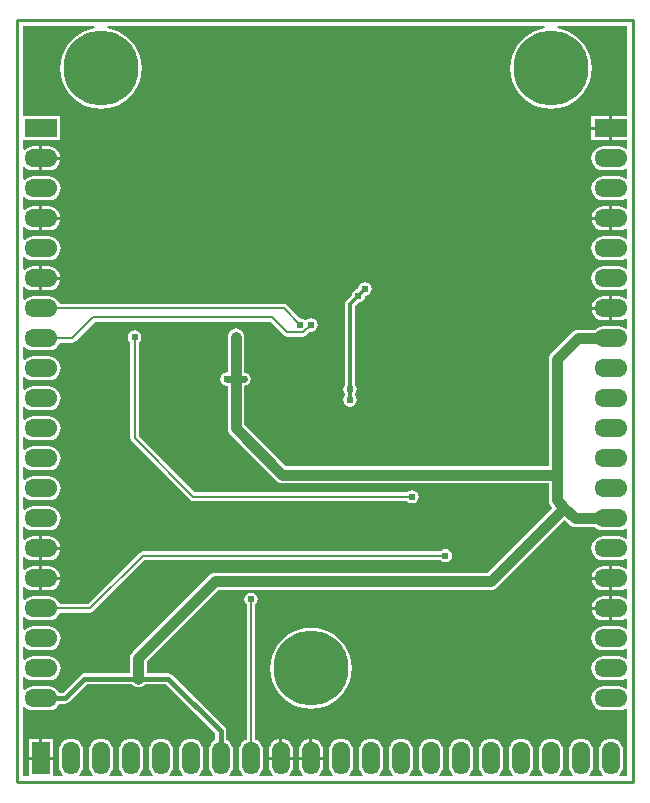
<source format=gbl>
G04*
G04 #@! TF.GenerationSoftware,Altium Limited,Altium Designer,18.1.7 (191)*
G04*
G04 Layer_Physical_Order=2*
G04 Layer_Color=16711680*
%FSLAX25Y25*%
%MOIN*%
G70*
G01*
G75*
%ADD12C,0.01000*%
%ADD14C,0.00800*%
%ADD15C,0.01200*%
%ADD35C,0.01600*%
%ADD36C,0.25000*%
%ADD37O,0.11000X0.06000*%
%ADD38R,0.11000X0.06000*%
%ADD39O,0.06000X0.11000*%
%ADD40R,0.06000X0.11000*%
%ADD41C,0.02400*%
%ADD42C,0.03600*%
%ADD43C,0.02400*%
G36*
X203461Y222000D02*
X198500D01*
Y218000D01*
Y214000D01*
X203461D01*
Y211526D01*
X202861Y211230D01*
X202517Y211494D01*
X201544Y211897D01*
X200500Y212035D01*
X195500D01*
X194456Y211897D01*
X193483Y211494D01*
X192647Y210853D01*
X192006Y210017D01*
X191603Y209044D01*
X191465Y208000D01*
X191603Y206956D01*
X192006Y205983D01*
X192647Y205147D01*
X193483Y204506D01*
X194456Y204103D01*
X195500Y203965D01*
X200500D01*
X201544Y204103D01*
X202517Y204506D01*
X202861Y204770D01*
X203461Y204474D01*
Y201526D01*
X202861Y201230D01*
X202517Y201494D01*
X201544Y201897D01*
X200500Y202034D01*
X195500D01*
X194456Y201897D01*
X193483Y201494D01*
X192647Y200853D01*
X192006Y200017D01*
X191603Y199044D01*
X191465Y198000D01*
X191603Y196956D01*
X192006Y195983D01*
X192647Y195147D01*
X193483Y194506D01*
X194456Y194103D01*
X195500Y193965D01*
X200500D01*
X201544Y194103D01*
X202517Y194506D01*
X202861Y194770D01*
X203461Y194474D01*
Y191526D01*
X202861Y191230D01*
X202517Y191494D01*
X201544Y191897D01*
X200500Y192034D01*
X198500D01*
Y188000D01*
Y183966D01*
X200500D01*
X201544Y184103D01*
X202517Y184506D01*
X202861Y184770D01*
X203461Y184474D01*
Y181526D01*
X202861Y181230D01*
X202517Y181494D01*
X201544Y181897D01*
X200500Y182035D01*
X195500D01*
X194456Y181897D01*
X193483Y181494D01*
X192647Y180853D01*
X192006Y180017D01*
X191603Y179044D01*
X191465Y178000D01*
X191603Y176956D01*
X192006Y175983D01*
X192647Y175147D01*
X193483Y174506D01*
X194456Y174103D01*
X195500Y173966D01*
X200500D01*
X201544Y174103D01*
X202517Y174506D01*
X202861Y174770D01*
X203461Y174474D01*
Y171526D01*
X202861Y171230D01*
X202517Y171494D01*
X201544Y171897D01*
X200500Y172035D01*
X195500D01*
X194456Y171897D01*
X193483Y171494D01*
X192647Y170853D01*
X192006Y170017D01*
X191603Y169044D01*
X191465Y168000D01*
X191603Y166956D01*
X192006Y165983D01*
X192647Y165147D01*
X193483Y164506D01*
X194456Y164103D01*
X195500Y163965D01*
X200500D01*
X201544Y164103D01*
X202517Y164506D01*
X202861Y164770D01*
X203461Y164474D01*
Y161526D01*
X202861Y161230D01*
X202517Y161494D01*
X201544Y161897D01*
X200500Y162034D01*
X198500D01*
Y158000D01*
Y153965D01*
X200500D01*
X201544Y154103D01*
X202517Y154506D01*
X202861Y154770D01*
X203461Y154474D01*
Y151526D01*
X202861Y151230D01*
X202517Y151494D01*
X201544Y151897D01*
X200500Y152034D01*
X195500D01*
X194456Y151897D01*
X193483Y151494D01*
X192647Y150853D01*
X192625Y150824D01*
X187000D01*
X186269Y150728D01*
X185588Y150446D01*
X185003Y149997D01*
X178003Y142997D01*
X177554Y142412D01*
X177272Y141731D01*
X177176Y141000D01*
Y105324D01*
X89670D01*
X75824Y119170D01*
Y132202D01*
X76458Y132328D01*
X77186Y132814D01*
X77672Y133542D01*
X77843Y134400D01*
X77672Y135258D01*
X77186Y135986D01*
X76458Y136472D01*
X75824Y136599D01*
Y148500D01*
X75728Y149231D01*
X75446Y149912D01*
X74997Y150497D01*
X74412Y150946D01*
X73731Y151228D01*
X73000Y151324D01*
X72269Y151228D01*
X71588Y150946D01*
X71003Y150497D01*
X70554Y149912D01*
X70272Y149231D01*
X70176Y148500D01*
Y136643D01*
X70000D01*
X69142Y136472D01*
X68414Y135986D01*
X67928Y135258D01*
X67757Y134400D01*
X67928Y133542D01*
X68414Y132814D01*
X69142Y132328D01*
X70000Y132157D01*
X70176D01*
Y118000D01*
X70272Y117269D01*
X70554Y116588D01*
X71003Y116003D01*
X86503Y100503D01*
X87088Y100054D01*
X87769Y99772D01*
X88500Y99676D01*
X177176D01*
Y94000D01*
X177272Y93269D01*
X177554Y92588D01*
X178003Y92003D01*
X178506Y91500D01*
X156830Y69824D01*
X66000D01*
X65269Y69728D01*
X64588Y69446D01*
X64003Y68997D01*
X38503Y43497D01*
X38054Y42912D01*
X37772Y42231D01*
X37676Y41500D01*
Y36335D01*
X22500D01*
X21798Y36196D01*
X21202Y35798D01*
X15240Y29835D01*
X14069D01*
X13994Y30017D01*
X13353Y30853D01*
X12517Y31494D01*
X11544Y31897D01*
X10500Y32035D01*
X5500D01*
X4456Y31897D01*
X3483Y31494D01*
X2647Y30853D01*
X2607Y30801D01*
X2039Y30994D01*
Y35006D01*
X2607Y35199D01*
X2647Y35147D01*
X3483Y34506D01*
X4456Y34103D01*
X5500Y33966D01*
X10500D01*
X11544Y34103D01*
X12517Y34506D01*
X13353Y35147D01*
X13994Y35983D01*
X14397Y36956D01*
X14535Y38000D01*
X14397Y39044D01*
X13994Y40017D01*
X13353Y40853D01*
X12517Y41494D01*
X11544Y41897D01*
X10500Y42035D01*
X5500D01*
X4456Y41897D01*
X3483Y41494D01*
X2647Y40853D01*
X2607Y40801D01*
X2039Y40994D01*
Y45006D01*
X2607Y45199D01*
X2647Y45147D01*
X3483Y44506D01*
X4456Y44103D01*
X5500Y43966D01*
X10500D01*
X11544Y44103D01*
X12517Y44506D01*
X13353Y45147D01*
X13994Y45983D01*
X14397Y46956D01*
X14535Y48000D01*
X14397Y49044D01*
X13994Y50017D01*
X13353Y50853D01*
X12517Y51494D01*
X11544Y51897D01*
X10500Y52034D01*
X5500D01*
X4456Y51897D01*
X3483Y51494D01*
X2647Y50853D01*
X2607Y50801D01*
X2039Y50994D01*
Y55006D01*
X2607Y55199D01*
X2647Y55147D01*
X3483Y54506D01*
X4456Y54103D01*
X5500Y53966D01*
X10500D01*
X11544Y54103D01*
X12517Y54506D01*
X13353Y55147D01*
X13994Y55983D01*
X14238Y56573D01*
X24400D01*
X24400Y56573D01*
X24946Y56681D01*
X25409Y56991D01*
X42591Y74173D01*
X141108D01*
X141214Y74014D01*
X141942Y73528D01*
X142800Y73357D01*
X143658Y73528D01*
X144386Y74014D01*
X144872Y74742D01*
X145043Y75600D01*
X144872Y76458D01*
X144386Y77186D01*
X143658Y77672D01*
X142800Y77843D01*
X141942Y77672D01*
X141214Y77186D01*
X141108Y77027D01*
X42000D01*
X42000Y77027D01*
X41454Y76919D01*
X40991Y76609D01*
X40991Y76609D01*
X23809Y59427D01*
X14238D01*
X13994Y60017D01*
X13353Y60853D01*
X12517Y61494D01*
X11544Y61897D01*
X10500Y62034D01*
X5500D01*
X4456Y61897D01*
X3483Y61494D01*
X2647Y60853D01*
X2607Y60801D01*
X2039Y60994D01*
Y65006D01*
X2607Y65199D01*
X2647Y65147D01*
X3483Y64506D01*
X4456Y64103D01*
X5500Y63965D01*
X7500D01*
Y68000D01*
Y72035D01*
X5500D01*
X4456Y71897D01*
X3483Y71494D01*
X2647Y70853D01*
X2607Y70801D01*
X2039Y70994D01*
Y75006D01*
X2607Y75199D01*
X2647Y75147D01*
X3483Y74506D01*
X4456Y74103D01*
X5500Y73966D01*
X7500D01*
Y78000D01*
Y82034D01*
X5500D01*
X4456Y81897D01*
X3483Y81494D01*
X2647Y80853D01*
X2607Y80801D01*
X2039Y80994D01*
Y85006D01*
X2607Y85199D01*
X2647Y85147D01*
X3483Y84506D01*
X4456Y84103D01*
X5500Y83965D01*
X10500D01*
X11544Y84103D01*
X12517Y84506D01*
X13353Y85147D01*
X13994Y85983D01*
X14397Y86956D01*
X14535Y88000D01*
X14397Y89044D01*
X13994Y90017D01*
X13353Y90853D01*
X12517Y91494D01*
X11544Y91897D01*
X10500Y92035D01*
X5500D01*
X4456Y91897D01*
X3483Y91494D01*
X2647Y90853D01*
X2607Y90801D01*
X2039Y90994D01*
Y95006D01*
X2607Y95199D01*
X2647Y95147D01*
X3483Y94506D01*
X4456Y94103D01*
X5500Y93966D01*
X10500D01*
X11544Y94103D01*
X12517Y94506D01*
X13353Y95147D01*
X13994Y95983D01*
X14397Y96956D01*
X14535Y98000D01*
X14397Y99044D01*
X13994Y100017D01*
X13353Y100853D01*
X12517Y101494D01*
X11544Y101897D01*
X10500Y102034D01*
X5500D01*
X4456Y101897D01*
X3483Y101494D01*
X2647Y100853D01*
X2607Y100801D01*
X2039Y100994D01*
Y105006D01*
X2607Y105199D01*
X2647Y105147D01*
X3483Y104506D01*
X4456Y104103D01*
X5500Y103965D01*
X10500D01*
X11544Y104103D01*
X12517Y104506D01*
X13353Y105147D01*
X13994Y105983D01*
X14397Y106956D01*
X14535Y108000D01*
X14397Y109044D01*
X13994Y110017D01*
X13353Y110853D01*
X12517Y111494D01*
X11544Y111897D01*
X10500Y112034D01*
X5500D01*
X4456Y111897D01*
X3483Y111494D01*
X2647Y110853D01*
X2607Y110801D01*
X2039Y110994D01*
Y115006D01*
X2607Y115199D01*
X2647Y115147D01*
X3483Y114506D01*
X4456Y114103D01*
X5500Y113965D01*
X10500D01*
X11544Y114103D01*
X12517Y114506D01*
X13353Y115147D01*
X13994Y115983D01*
X14397Y116956D01*
X14535Y118000D01*
X14397Y119044D01*
X13994Y120017D01*
X13353Y120853D01*
X12517Y121494D01*
X11544Y121897D01*
X10500Y122035D01*
X5500D01*
X4456Y121897D01*
X3483Y121494D01*
X2647Y120853D01*
X2607Y120801D01*
X2039Y120994D01*
Y125006D01*
X2607Y125199D01*
X2647Y125147D01*
X3483Y124506D01*
X4456Y124103D01*
X5500Y123966D01*
X10500D01*
X11544Y124103D01*
X12517Y124506D01*
X13353Y125147D01*
X13994Y125983D01*
X14397Y126956D01*
X14535Y128000D01*
X14397Y129044D01*
X13994Y130017D01*
X13353Y130853D01*
X12517Y131494D01*
X11544Y131897D01*
X10500Y132035D01*
X5500D01*
X4456Y131897D01*
X3483Y131494D01*
X2647Y130853D01*
X2607Y130801D01*
X2039Y130994D01*
Y135006D01*
X2607Y135199D01*
X2647Y135147D01*
X3483Y134506D01*
X4456Y134103D01*
X5500Y133966D01*
X10500D01*
X11544Y134103D01*
X12517Y134506D01*
X13353Y135147D01*
X13994Y135983D01*
X14397Y136956D01*
X14535Y138000D01*
X14397Y139044D01*
X13994Y140017D01*
X13353Y140853D01*
X12517Y141494D01*
X11544Y141897D01*
X10500Y142034D01*
X5500D01*
X4456Y141897D01*
X3483Y141494D01*
X2647Y140853D01*
X2607Y140801D01*
X2039Y140994D01*
Y145006D01*
X2607Y145199D01*
X2647Y145147D01*
X3483Y144506D01*
X4456Y144103D01*
X5500Y143965D01*
X10500D01*
X11544Y144103D01*
X12517Y144506D01*
X13353Y145147D01*
X13994Y145983D01*
X14238Y146573D01*
X18500D01*
X18500Y146573D01*
X19046Y146681D01*
X19509Y146991D01*
X26091Y153573D01*
X84409D01*
X88991Y148991D01*
X88991Y148991D01*
X89454Y148681D01*
X90000Y148573D01*
X90000Y148573D01*
X95500D01*
X95500Y148573D01*
X96046Y148681D01*
X96509Y148991D01*
X97813Y150294D01*
X98000Y150257D01*
X98858Y150428D01*
X99586Y150914D01*
X100072Y151642D01*
X100243Y152500D01*
X100072Y153358D01*
X99586Y154086D01*
X98858Y154572D01*
X98000Y154743D01*
X97142Y154572D01*
X96414Y154086D01*
X96086D01*
X95358Y154572D01*
X94500Y154743D01*
X94313Y154706D01*
X90009Y159009D01*
X89546Y159319D01*
X89000Y159427D01*
X89000Y159427D01*
X14238D01*
X13994Y160017D01*
X13353Y160853D01*
X12517Y161494D01*
X11544Y161897D01*
X10500Y162034D01*
X5500D01*
X4456Y161897D01*
X3483Y161494D01*
X2647Y160853D01*
X2607Y160801D01*
X2039Y160994D01*
Y165006D01*
X2607Y165199D01*
X2647Y165147D01*
X3483Y164506D01*
X4456Y164103D01*
X5500Y163965D01*
X7500D01*
Y168000D01*
Y172035D01*
X5500D01*
X4456Y171897D01*
X3483Y171494D01*
X2647Y170853D01*
X2607Y170801D01*
X2039Y170994D01*
Y175006D01*
X2607Y175199D01*
X2647Y175147D01*
X3483Y174506D01*
X4456Y174103D01*
X5500Y173966D01*
X10500D01*
X11544Y174103D01*
X12517Y174506D01*
X13353Y175147D01*
X13994Y175983D01*
X14397Y176956D01*
X14535Y178000D01*
X14397Y179044D01*
X13994Y180017D01*
X13353Y180853D01*
X12517Y181494D01*
X11544Y181897D01*
X10500Y182035D01*
X5500D01*
X4456Y181897D01*
X3483Y181494D01*
X2647Y180853D01*
X2607Y180801D01*
X2039Y180994D01*
Y185006D01*
X2607Y185199D01*
X2647Y185147D01*
X3483Y184506D01*
X4456Y184103D01*
X5500Y183966D01*
X7500D01*
Y188000D01*
Y192034D01*
X5500D01*
X4456Y191897D01*
X3483Y191494D01*
X2647Y190853D01*
X2607Y190801D01*
X2039Y190994D01*
Y195006D01*
X2607Y195199D01*
X2647Y195147D01*
X3483Y194506D01*
X4456Y194103D01*
X5500Y193965D01*
X10500D01*
X11544Y194103D01*
X12517Y194506D01*
X13353Y195147D01*
X13994Y195983D01*
X14397Y196956D01*
X14535Y198000D01*
X14397Y199044D01*
X13994Y200017D01*
X13353Y200853D01*
X12517Y201494D01*
X11544Y201897D01*
X10500Y202034D01*
X5500D01*
X4456Y201897D01*
X3483Y201494D01*
X2647Y200853D01*
X2607Y200801D01*
X2039Y200994D01*
Y205006D01*
X2607Y205199D01*
X2647Y205147D01*
X3483Y204506D01*
X4456Y204103D01*
X5500Y203965D01*
X7500D01*
Y208000D01*
Y212035D01*
X5500D01*
X4456Y211897D01*
X3483Y211494D01*
X2647Y210853D01*
X2607Y210801D01*
X2039Y210994D01*
Y214000D01*
X14500D01*
Y222000D01*
X2039D01*
Y251961D01*
X25810D01*
X25882Y251375D01*
X23815Y250879D01*
X21852Y250066D01*
X20040Y248955D01*
X18425Y247575D01*
X17044Y245960D01*
X15934Y244148D01*
X15121Y242185D01*
X14625Y240118D01*
X14458Y238000D01*
X14625Y235882D01*
X15121Y233815D01*
X15934Y231852D01*
X17044Y230040D01*
X18425Y228425D01*
X20040Y227045D01*
X21852Y225934D01*
X23815Y225121D01*
X25882Y224625D01*
X28000Y224458D01*
X30118Y224625D01*
X32185Y225121D01*
X34148Y225934D01*
X35960Y227045D01*
X37576Y228425D01*
X38956Y230040D01*
X40066Y231852D01*
X40879Y233815D01*
X41375Y235882D01*
X41542Y238000D01*
X41375Y240118D01*
X40879Y242185D01*
X40066Y244148D01*
X38956Y245960D01*
X37576Y247575D01*
X35960Y248955D01*
X34148Y250066D01*
X32185Y250879D01*
X30118Y251375D01*
X30190Y251961D01*
X175810D01*
X175882Y251375D01*
X173815Y250879D01*
X171852Y250066D01*
X170040Y248955D01*
X168424Y247575D01*
X167044Y245960D01*
X165934Y244148D01*
X165121Y242185D01*
X164625Y240118D01*
X164458Y238000D01*
X164625Y235882D01*
X165121Y233815D01*
X165934Y231852D01*
X167044Y230040D01*
X168424Y228425D01*
X170040Y227045D01*
X171852Y225934D01*
X173815Y225121D01*
X175882Y224625D01*
X178000Y224458D01*
X180118Y224625D01*
X182185Y225121D01*
X184148Y225934D01*
X185960Y227045D01*
X187575Y228425D01*
X188955Y230040D01*
X190066Y231852D01*
X190879Y233815D01*
X191375Y235882D01*
X191542Y238000D01*
X191375Y240118D01*
X190879Y242185D01*
X190066Y244148D01*
X188955Y245960D01*
X187575Y247575D01*
X185960Y248955D01*
X184148Y250066D01*
X182185Y250879D01*
X180118Y251375D01*
X180190Y251961D01*
X203461D01*
Y222000D01*
D02*
G37*
G36*
X184003Y86003D02*
X184588Y85554D01*
X185269Y85272D01*
X186000Y85176D01*
X192625D01*
X192647Y85147D01*
X193483Y84506D01*
X194456Y84103D01*
X195500Y83965D01*
X200500D01*
X201544Y84103D01*
X202517Y84506D01*
X202861Y84770D01*
X203461Y84474D01*
Y81526D01*
X202861Y81230D01*
X202517Y81494D01*
X201544Y81897D01*
X200500Y82034D01*
X195500D01*
X194456Y81897D01*
X193483Y81494D01*
X192647Y80853D01*
X192006Y80017D01*
X191603Y79044D01*
X191465Y78000D01*
X191603Y76956D01*
X192006Y75983D01*
X192647Y75147D01*
X193483Y74506D01*
X194456Y74103D01*
X195500Y73966D01*
X200500D01*
X201544Y74103D01*
X202517Y74506D01*
X202861Y74770D01*
X203461Y74474D01*
Y71526D01*
X202861Y71230D01*
X202517Y71494D01*
X201544Y71897D01*
X200500Y72035D01*
X198500D01*
Y68000D01*
Y63965D01*
X200500D01*
X201544Y64103D01*
X202517Y64506D01*
X202861Y64770D01*
X203461Y64474D01*
Y61526D01*
X202861Y61230D01*
X202517Y61494D01*
X201544Y61897D01*
X200500Y62034D01*
X198500D01*
Y58000D01*
Y53966D01*
X200500D01*
X201544Y54103D01*
X202517Y54506D01*
X202861Y54770D01*
X203461Y54474D01*
Y51526D01*
X202861Y51230D01*
X202517Y51494D01*
X201544Y51897D01*
X200500Y52034D01*
X195500D01*
X194456Y51897D01*
X193483Y51494D01*
X192647Y50853D01*
X192006Y50017D01*
X191603Y49044D01*
X191465Y48000D01*
X191603Y46956D01*
X192006Y45983D01*
X192647Y45147D01*
X193483Y44506D01*
X194456Y44103D01*
X195500Y43966D01*
X200500D01*
X201544Y44103D01*
X202517Y44506D01*
X202861Y44770D01*
X203461Y44474D01*
Y41526D01*
X202861Y41230D01*
X202517Y41494D01*
X201544Y41897D01*
X200500Y42035D01*
X195500D01*
X194456Y41897D01*
X193483Y41494D01*
X192647Y40853D01*
X192006Y40017D01*
X191603Y39044D01*
X191465Y38000D01*
X191603Y36956D01*
X192006Y35983D01*
X192647Y35147D01*
X193483Y34506D01*
X194456Y34103D01*
X195500Y33966D01*
X200500D01*
X201544Y34103D01*
X202517Y34506D01*
X202861Y34770D01*
X203461Y34474D01*
Y31526D01*
X202861Y31230D01*
X202517Y31494D01*
X201544Y31897D01*
X200500Y32035D01*
X195500D01*
X194456Y31897D01*
X193483Y31494D01*
X192647Y30853D01*
X192006Y30017D01*
X191603Y29044D01*
X191465Y28000D01*
X191603Y26956D01*
X192006Y25983D01*
X192647Y25147D01*
X193483Y24506D01*
X194456Y24103D01*
X195500Y23966D01*
X200500D01*
X201544Y24103D01*
X202517Y24506D01*
X202861Y24770D01*
X203461Y24474D01*
Y2039D01*
X200994D01*
X200801Y2607D01*
X200853Y2647D01*
X201494Y3483D01*
X201897Y4456D01*
X202034Y5500D01*
Y10500D01*
X201897Y11544D01*
X201494Y12517D01*
X200853Y13353D01*
X200017Y13994D01*
X199044Y14397D01*
X198000Y14535D01*
X196956Y14397D01*
X195983Y13994D01*
X195147Y13353D01*
X194506Y12517D01*
X194103Y11544D01*
X193965Y10500D01*
Y5500D01*
X194103Y4456D01*
X194506Y3483D01*
X195147Y2647D01*
X195199Y2607D01*
X195006Y2039D01*
X190994D01*
X190801Y2607D01*
X190853Y2647D01*
X191494Y3483D01*
X191897Y4456D01*
X192034Y5500D01*
Y10500D01*
X191897Y11544D01*
X191494Y12517D01*
X190853Y13353D01*
X190017Y13994D01*
X189044Y14397D01*
X188000Y14535D01*
X186956Y14397D01*
X185983Y13994D01*
X185147Y13353D01*
X184506Y12517D01*
X184103Y11544D01*
X183966Y10500D01*
Y5500D01*
X184103Y4456D01*
X184506Y3483D01*
X185147Y2647D01*
X185199Y2607D01*
X185006Y2039D01*
X180994D01*
X180801Y2607D01*
X180853Y2647D01*
X181494Y3483D01*
X181897Y4456D01*
X182035Y5500D01*
Y10500D01*
X181897Y11544D01*
X181494Y12517D01*
X180853Y13353D01*
X180017Y13994D01*
X179044Y14397D01*
X178000Y14535D01*
X176956Y14397D01*
X175983Y13994D01*
X175147Y13353D01*
X174506Y12517D01*
X174103Y11544D01*
X173966Y10500D01*
Y5500D01*
X174103Y4456D01*
X174506Y3483D01*
X175147Y2647D01*
X175199Y2607D01*
X175006Y2039D01*
X170994D01*
X170801Y2607D01*
X170853Y2647D01*
X171494Y3483D01*
X171897Y4456D01*
X172035Y5500D01*
Y10500D01*
X171897Y11544D01*
X171494Y12517D01*
X170853Y13353D01*
X170017Y13994D01*
X169044Y14397D01*
X168000Y14535D01*
X166956Y14397D01*
X165983Y13994D01*
X165147Y13353D01*
X164506Y12517D01*
X164103Y11544D01*
X163965Y10500D01*
Y5500D01*
X164103Y4456D01*
X164506Y3483D01*
X165147Y2647D01*
X165199Y2607D01*
X165006Y2039D01*
X160994D01*
X160801Y2607D01*
X160853Y2647D01*
X161494Y3483D01*
X161897Y4456D01*
X162034Y5500D01*
Y10500D01*
X161897Y11544D01*
X161494Y12517D01*
X160853Y13353D01*
X160017Y13994D01*
X159044Y14397D01*
X158000Y14535D01*
X156956Y14397D01*
X155983Y13994D01*
X155147Y13353D01*
X154506Y12517D01*
X154103Y11544D01*
X153965Y10500D01*
Y5500D01*
X154103Y4456D01*
X154506Y3483D01*
X155147Y2647D01*
X155199Y2607D01*
X155006Y2039D01*
X150994D01*
X150801Y2607D01*
X150853Y2647D01*
X151494Y3483D01*
X151897Y4456D01*
X152034Y5500D01*
Y10500D01*
X151897Y11544D01*
X151494Y12517D01*
X150853Y13353D01*
X150017Y13994D01*
X149044Y14397D01*
X148000Y14535D01*
X146956Y14397D01*
X145983Y13994D01*
X145147Y13353D01*
X144506Y12517D01*
X144103Y11544D01*
X143965Y10500D01*
Y5500D01*
X144103Y4456D01*
X144506Y3483D01*
X145147Y2647D01*
X145199Y2607D01*
X145006Y2039D01*
X140994D01*
X140801Y2607D01*
X140853Y2647D01*
X141494Y3483D01*
X141897Y4456D01*
X142034Y5500D01*
Y10500D01*
X141897Y11544D01*
X141494Y12517D01*
X140853Y13353D01*
X140017Y13994D01*
X139044Y14397D01*
X138000Y14535D01*
X136956Y14397D01*
X135983Y13994D01*
X135147Y13353D01*
X134506Y12517D01*
X134103Y11544D01*
X133966Y10500D01*
Y5500D01*
X134103Y4456D01*
X134506Y3483D01*
X135147Y2647D01*
X135199Y2607D01*
X135006Y2039D01*
X130994D01*
X130801Y2607D01*
X130853Y2647D01*
X131494Y3483D01*
X131897Y4456D01*
X132035Y5500D01*
Y10500D01*
X131897Y11544D01*
X131494Y12517D01*
X130853Y13353D01*
X130017Y13994D01*
X129044Y14397D01*
X128000Y14535D01*
X126956Y14397D01*
X125983Y13994D01*
X125147Y13353D01*
X124506Y12517D01*
X124103Y11544D01*
X123966Y10500D01*
Y5500D01*
X124103Y4456D01*
X124506Y3483D01*
X125147Y2647D01*
X125199Y2607D01*
X125006Y2039D01*
X120994D01*
X120801Y2607D01*
X120853Y2647D01*
X121494Y3483D01*
X121897Y4456D01*
X122035Y5500D01*
Y10500D01*
X121897Y11544D01*
X121494Y12517D01*
X120853Y13353D01*
X120017Y13994D01*
X119044Y14397D01*
X118000Y14535D01*
X116956Y14397D01*
X115983Y13994D01*
X115147Y13353D01*
X114506Y12517D01*
X114103Y11544D01*
X113965Y10500D01*
Y5500D01*
X114103Y4456D01*
X114506Y3483D01*
X115147Y2647D01*
X115199Y2607D01*
X115006Y2039D01*
X110994D01*
X110801Y2607D01*
X110853Y2647D01*
X111494Y3483D01*
X111897Y4456D01*
X112034Y5500D01*
Y10500D01*
X111897Y11544D01*
X111494Y12517D01*
X110853Y13353D01*
X110017Y13994D01*
X109044Y14397D01*
X108000Y14535D01*
X106956Y14397D01*
X105983Y13994D01*
X105147Y13353D01*
X104506Y12517D01*
X104103Y11544D01*
X103965Y10500D01*
Y5500D01*
X104103Y4456D01*
X104506Y3483D01*
X105147Y2647D01*
X105199Y2607D01*
X105006Y2039D01*
X100994D01*
X100801Y2607D01*
X100853Y2647D01*
X101494Y3483D01*
X101897Y4456D01*
X102034Y5500D01*
Y7500D01*
X98000D01*
X93966D01*
Y5500D01*
X94103Y4456D01*
X94506Y3483D01*
X95147Y2647D01*
X95199Y2607D01*
X95006Y2039D01*
X90994D01*
X90801Y2607D01*
X90853Y2647D01*
X91494Y3483D01*
X91897Y4456D01*
X92035Y5500D01*
Y7500D01*
X88000D01*
Y8000D01*
D01*
Y7500D01*
X83965D01*
Y5500D01*
X84103Y4456D01*
X84506Y3483D01*
X85147Y2647D01*
X85199Y2607D01*
X85006Y2039D01*
X80994D01*
X80801Y2607D01*
X80853Y2647D01*
X81494Y3483D01*
X81897Y4456D01*
X82034Y5500D01*
Y10500D01*
X81897Y11544D01*
X81494Y12517D01*
X80853Y13353D01*
X80017Y13994D01*
X79427Y14238D01*
Y59308D01*
X79586Y59414D01*
X80072Y60142D01*
X80243Y61000D01*
X80072Y61858D01*
X79586Y62586D01*
X78858Y63072D01*
X78000Y63243D01*
X77142Y63072D01*
X76414Y62586D01*
X75928Y61858D01*
X75757Y61000D01*
X75928Y60142D01*
X76414Y59414D01*
X76573Y59308D01*
Y14238D01*
X75983Y13994D01*
X75147Y13353D01*
X74506Y12517D01*
X74103Y11544D01*
X73966Y10500D01*
Y5500D01*
X74103Y4456D01*
X74506Y3483D01*
X75147Y2647D01*
X75199Y2607D01*
X75006Y2039D01*
X70994D01*
X70801Y2607D01*
X70853Y2647D01*
X71494Y3483D01*
X71897Y4456D01*
X72035Y5500D01*
Y10500D01*
X71897Y11544D01*
X71494Y12517D01*
X70853Y13353D01*
X70017Y13994D01*
X69835Y14069D01*
Y17000D01*
X69696Y17702D01*
X69298Y18298D01*
X51798Y35798D01*
X51202Y36196D01*
X50500Y36335D01*
X43324D01*
Y40330D01*
X67170Y64176D01*
X158000D01*
X158731Y64272D01*
X159412Y64554D01*
X159997Y65003D01*
X182500Y87506D01*
X184003Y86003D01*
D02*
G37*
G36*
X66165Y16240D02*
Y14069D01*
X65983Y13994D01*
X65147Y13353D01*
X64506Y12517D01*
X64103Y11544D01*
X63965Y10500D01*
Y5500D01*
X64103Y4456D01*
X64506Y3483D01*
X65147Y2647D01*
X65199Y2607D01*
X65006Y2039D01*
X60994D01*
X60801Y2607D01*
X60853Y2647D01*
X61494Y3483D01*
X61897Y4456D01*
X62034Y5500D01*
Y10500D01*
X61897Y11544D01*
X61494Y12517D01*
X60853Y13353D01*
X60017Y13994D01*
X59044Y14397D01*
X58000Y14535D01*
X56956Y14397D01*
X55983Y13994D01*
X55147Y13353D01*
X54506Y12517D01*
X54103Y11544D01*
X53966Y10500D01*
Y5500D01*
X54103Y4456D01*
X54506Y3483D01*
X55147Y2647D01*
X55199Y2607D01*
X55006Y2039D01*
X50994D01*
X50801Y2607D01*
X50853Y2647D01*
X51494Y3483D01*
X51897Y4456D01*
X52034Y5500D01*
Y10500D01*
X51897Y11544D01*
X51494Y12517D01*
X50853Y13353D01*
X50017Y13994D01*
X49044Y14397D01*
X48000Y14535D01*
X46956Y14397D01*
X45983Y13994D01*
X45147Y13353D01*
X44506Y12517D01*
X44103Y11544D01*
X43966Y10500D01*
Y5500D01*
X44103Y4456D01*
X44506Y3483D01*
X45147Y2647D01*
X45199Y2607D01*
X45006Y2039D01*
X40994D01*
X40801Y2607D01*
X40853Y2647D01*
X41494Y3483D01*
X41897Y4456D01*
X42035Y5500D01*
Y10500D01*
X41897Y11544D01*
X41494Y12517D01*
X40853Y13353D01*
X40017Y13994D01*
X39044Y14397D01*
X38000Y14535D01*
X36956Y14397D01*
X35983Y13994D01*
X35147Y13353D01*
X34506Y12517D01*
X34103Y11544D01*
X33966Y10500D01*
Y5500D01*
X34103Y4456D01*
X34506Y3483D01*
X35147Y2647D01*
X35199Y2607D01*
X35006Y2039D01*
X30994D01*
X30801Y2607D01*
X30853Y2647D01*
X31494Y3483D01*
X31897Y4456D01*
X32035Y5500D01*
Y10500D01*
X31897Y11544D01*
X31494Y12517D01*
X30853Y13353D01*
X30017Y13994D01*
X29044Y14397D01*
X28000Y14535D01*
X26956Y14397D01*
X25983Y13994D01*
X25147Y13353D01*
X24506Y12517D01*
X24103Y11544D01*
X23966Y10500D01*
Y5500D01*
X24103Y4456D01*
X24506Y3483D01*
X25147Y2647D01*
X25199Y2607D01*
X25006Y2039D01*
X20994D01*
X20801Y2607D01*
X20853Y2647D01*
X21494Y3483D01*
X21897Y4456D01*
X22035Y5500D01*
Y10500D01*
X21897Y11544D01*
X21494Y12517D01*
X20853Y13353D01*
X20017Y13994D01*
X19044Y14397D01*
X18000Y14535D01*
X16956Y14397D01*
X15983Y13994D01*
X15147Y13353D01*
X14506Y12517D01*
X14103Y11544D01*
X13965Y10500D01*
Y5500D01*
X14103Y4456D01*
X14506Y3483D01*
X15147Y2647D01*
X15199Y2607D01*
X15006Y2039D01*
X12000D01*
Y7500D01*
X8000D01*
X4000D01*
Y2039D01*
X2039D01*
Y25006D01*
X2607Y25199D01*
X2647Y25147D01*
X3483Y24506D01*
X4456Y24103D01*
X5500Y23966D01*
X10500D01*
X11544Y24103D01*
X12517Y24506D01*
X13353Y25147D01*
X13994Y25983D01*
X14069Y26165D01*
X16000D01*
X16702Y26304D01*
X17298Y26702D01*
X23260Y32665D01*
X38379D01*
X38503Y32503D01*
X39088Y32054D01*
X39769Y31772D01*
X40500Y31676D01*
X41231Y31772D01*
X41912Y32054D01*
X42497Y32503D01*
X42621Y32665D01*
X49740D01*
X66165Y16240D01*
D02*
G37*
%LPC*%
G36*
X197500Y222000D02*
X191500D01*
Y218500D01*
X197500D01*
Y222000D01*
D02*
G37*
G36*
Y217500D02*
X191500D01*
Y214000D01*
X197500D01*
Y217500D01*
D02*
G37*
G36*
X10500Y212035D02*
X8500D01*
Y208500D01*
X14469D01*
X14397Y209044D01*
X13994Y210017D01*
X13353Y210853D01*
X12517Y211494D01*
X11544Y211897D01*
X10500Y212035D01*
D02*
G37*
G36*
X14469Y207500D02*
X8500D01*
Y203965D01*
X10500D01*
X11544Y204103D01*
X12517Y204506D01*
X13353Y205147D01*
X13994Y205983D01*
X14397Y206956D01*
X14469Y207500D01*
D02*
G37*
G36*
X197500Y192034D02*
X195500D01*
X194456Y191897D01*
X193483Y191494D01*
X192647Y190853D01*
X192006Y190017D01*
X191603Y189044D01*
X191531Y188500D01*
X197500D01*
Y192034D01*
D02*
G37*
G36*
X10500D02*
X8500D01*
Y188500D01*
X14469D01*
X14397Y189044D01*
X13994Y190017D01*
X13353Y190853D01*
X12517Y191494D01*
X11544Y191897D01*
X10500Y192034D01*
D02*
G37*
G36*
X197500Y187500D02*
X191531D01*
X191603Y186956D01*
X192006Y185983D01*
X192647Y185147D01*
X193483Y184506D01*
X194456Y184103D01*
X195500Y183966D01*
X197500D01*
Y187500D01*
D02*
G37*
G36*
X14469D02*
X8500D01*
Y183966D01*
X10500D01*
X11544Y184103D01*
X12517Y184506D01*
X13353Y185147D01*
X13994Y185983D01*
X14397Y186956D01*
X14469Y187500D01*
D02*
G37*
G36*
X10500Y172035D02*
X8500D01*
Y168500D01*
X14469D01*
X14397Y169044D01*
X13994Y170017D01*
X13353Y170853D01*
X12517Y171494D01*
X11544Y171897D01*
X10500Y172035D01*
D02*
G37*
G36*
X14469Y167500D02*
X8500D01*
Y163965D01*
X10500D01*
X11544Y164103D01*
X12517Y164506D01*
X13353Y165147D01*
X13994Y165983D01*
X14397Y166956D01*
X14469Y167500D01*
D02*
G37*
G36*
X197500Y162034D02*
X195500D01*
X194456Y161897D01*
X193483Y161494D01*
X192647Y160853D01*
X192006Y160017D01*
X191603Y159044D01*
X191531Y158500D01*
X197500D01*
Y162034D01*
D02*
G37*
G36*
Y157500D02*
X191531D01*
X191603Y156956D01*
X192006Y155983D01*
X192647Y155147D01*
X193483Y154506D01*
X194456Y154103D01*
X195500Y153965D01*
X197500D01*
Y157500D01*
D02*
G37*
G36*
X116000Y166743D02*
X115142Y166572D01*
X114414Y166086D01*
X113928Y165358D01*
X113773Y164580D01*
X113684Y164491D01*
X112905Y164336D01*
X112178Y163850D01*
X111691Y163122D01*
X111537Y162344D01*
X109846Y160653D01*
X109493Y160124D01*
X109369Y159500D01*
Y132518D01*
X108928Y131858D01*
X108757Y131000D01*
X108928Y130142D01*
X109369Y129482D01*
Y129018D01*
X108928Y128358D01*
X108757Y127500D01*
X108928Y126642D01*
X109414Y125914D01*
X110142Y125428D01*
X111000Y125257D01*
X111858Y125428D01*
X112586Y125914D01*
X113072Y126642D01*
X113243Y127500D01*
X113072Y128358D01*
X112631Y129018D01*
Y129482D01*
X113072Y130142D01*
X113243Y131000D01*
X113072Y131858D01*
X112631Y132518D01*
Y158824D01*
X113844Y160037D01*
X114622Y160191D01*
X115350Y160678D01*
X115836Y161405D01*
X115991Y162184D01*
X116080Y162273D01*
X116858Y162428D01*
X117586Y162914D01*
X118072Y163642D01*
X118243Y164500D01*
X118072Y165358D01*
X117586Y166086D01*
X116858Y166572D01*
X116000Y166743D01*
D02*
G37*
G36*
X39200Y150643D02*
X38342Y150472D01*
X37614Y149986D01*
X37128Y149258D01*
X36957Y148400D01*
X37128Y147542D01*
X37614Y146814D01*
X37773Y146708D01*
Y114800D01*
X37773Y114800D01*
X37881Y114254D01*
X38191Y113791D01*
X57791Y94191D01*
X57791Y94191D01*
X58254Y93881D01*
X58800Y93773D01*
X58800Y93773D01*
X129908D01*
X130014Y93614D01*
X130742Y93128D01*
X131600Y92957D01*
X132458Y93128D01*
X133186Y93614D01*
X133672Y94342D01*
X133843Y95200D01*
X133672Y96058D01*
X133186Y96786D01*
X132458Y97272D01*
X131600Y97443D01*
X130742Y97272D01*
X130014Y96786D01*
X129908Y96627D01*
X59391D01*
X40627Y115391D01*
Y146708D01*
X40786Y146814D01*
X41272Y147542D01*
X41443Y148400D01*
X41272Y149258D01*
X40786Y149986D01*
X40058Y150472D01*
X39200Y150643D01*
D02*
G37*
G36*
X10500Y82034D02*
X8500D01*
Y78500D01*
X14469D01*
X14397Y79044D01*
X13994Y80017D01*
X13353Y80853D01*
X12517Y81494D01*
X11544Y81897D01*
X10500Y82034D01*
D02*
G37*
G36*
X14469Y77500D02*
X8500D01*
Y73966D01*
X10500D01*
X11544Y74103D01*
X12517Y74506D01*
X13353Y75147D01*
X13994Y75983D01*
X14397Y76956D01*
X14469Y77500D01*
D02*
G37*
G36*
X10500Y72035D02*
X8500D01*
Y68500D01*
X14469D01*
X14397Y69044D01*
X13994Y70017D01*
X13353Y70853D01*
X12517Y71494D01*
X11544Y71897D01*
X10500Y72035D01*
D02*
G37*
G36*
X14469Y67500D02*
X8500D01*
Y63965D01*
X10500D01*
X11544Y64103D01*
X12517Y64506D01*
X13353Y65147D01*
X13994Y65983D01*
X14397Y66956D01*
X14469Y67500D01*
D02*
G37*
G36*
X197500Y72035D02*
X195500D01*
X194456Y71897D01*
X193483Y71494D01*
X192647Y70853D01*
X192006Y70017D01*
X191603Y69044D01*
X191531Y68500D01*
X197500D01*
Y72035D01*
D02*
G37*
G36*
Y67500D02*
X191531D01*
X191603Y66956D01*
X192006Y65983D01*
X192647Y65147D01*
X193483Y64506D01*
X194456Y64103D01*
X195500Y63965D01*
X197500D01*
Y67500D01*
D02*
G37*
G36*
Y62034D02*
X195500D01*
X194456Y61897D01*
X193483Y61494D01*
X192647Y60853D01*
X192006Y60017D01*
X191603Y59044D01*
X191531Y58500D01*
X197500D01*
Y62034D01*
D02*
G37*
G36*
Y57500D02*
X191531D01*
X191603Y56956D01*
X192006Y55983D01*
X192647Y55147D01*
X193483Y54506D01*
X194456Y54103D01*
X195500Y53966D01*
X197500D01*
Y57500D01*
D02*
G37*
G36*
X98000Y51542D02*
X95882Y51375D01*
X93815Y50879D01*
X91852Y50066D01*
X90040Y48956D01*
X88424Y47576D01*
X87045Y45960D01*
X85934Y44148D01*
X85121Y42185D01*
X84625Y40118D01*
X84458Y38000D01*
X84625Y35882D01*
X85121Y33815D01*
X85934Y31852D01*
X87045Y30040D01*
X88424Y28425D01*
X90040Y27044D01*
X91852Y25934D01*
X93815Y25121D01*
X95882Y24625D01*
X98000Y24458D01*
X100118Y24625D01*
X102185Y25121D01*
X104148Y25934D01*
X105960Y27044D01*
X107576Y28425D01*
X108956Y30040D01*
X110066Y31852D01*
X110879Y33815D01*
X111375Y35882D01*
X111542Y38000D01*
X111375Y40118D01*
X110879Y42185D01*
X110066Y44148D01*
X108956Y45960D01*
X107576Y47576D01*
X105960Y48956D01*
X104148Y50066D01*
X102185Y50879D01*
X100118Y51375D01*
X98000Y51542D01*
D02*
G37*
G36*
X98500Y14469D02*
Y8500D01*
X102034D01*
Y10500D01*
X101897Y11544D01*
X101494Y12517D01*
X100853Y13353D01*
X100017Y13994D01*
X99044Y14397D01*
X98500Y14469D01*
D02*
G37*
G36*
X88500D02*
Y8500D01*
X92035D01*
Y10500D01*
X91897Y11544D01*
X91494Y12517D01*
X90853Y13353D01*
X90017Y13994D01*
X89044Y14397D01*
X88500Y14469D01*
D02*
G37*
G36*
X97500D02*
X96956Y14397D01*
X95983Y13994D01*
X95147Y13353D01*
X94506Y12517D01*
X94103Y11544D01*
X93966Y10500D01*
Y8500D01*
X97500D01*
Y14469D01*
D02*
G37*
G36*
X87500D02*
X86956Y14397D01*
X85983Y13994D01*
X85147Y13353D01*
X84506Y12517D01*
X84103Y11544D01*
X83965Y10500D01*
Y8500D01*
X87500D01*
Y14469D01*
D02*
G37*
G36*
X12000Y14500D02*
X8500D01*
Y8500D01*
X12000D01*
Y14500D01*
D02*
G37*
G36*
X7500D02*
X4000D01*
Y8500D01*
X7500D01*
Y14500D01*
D02*
G37*
%LPD*%
D12*
X0Y0D02*
Y254000D01*
X205500D01*
Y0D02*
Y254000D01*
X0Y0D02*
X205500D01*
D14*
X78000Y8000D02*
Y61000D01*
X8000Y158000D02*
X89000D01*
X90000Y150000D02*
X95500D01*
X25500Y155000D02*
X85000D01*
X18500Y148000D02*
X25500Y155000D01*
X8000Y148000D02*
X18500D01*
X58800Y95200D02*
X131600D01*
X8000Y58000D02*
X24400D01*
X42000Y75600D01*
X142800D01*
X39200Y114800D02*
X58800Y95200D01*
X39200Y114800D02*
Y148400D01*
X85000Y155000D02*
X90000Y150000D01*
X89000Y158000D02*
X94500Y152500D01*
X95500Y150000D02*
X98000Y152500D01*
D15*
X111000Y127500D02*
Y131000D01*
Y159500D01*
X113764Y162264D01*
X116000Y164500D01*
D35*
X22500Y34500D02*
X40500D01*
X16000Y28000D02*
X22500Y34500D01*
X8000Y28000D02*
X16000D01*
X40500Y34500D02*
X50500D01*
X68000Y17000D01*
Y8000D02*
Y17000D01*
D36*
X178000Y238000D02*
D03*
X28000D02*
D03*
X98000Y38000D02*
D03*
D37*
X198000Y28000D02*
D03*
Y38000D02*
D03*
Y48000D02*
D03*
Y58000D02*
D03*
Y68000D02*
D03*
Y78000D02*
D03*
Y88000D02*
D03*
Y98000D02*
D03*
Y108000D02*
D03*
Y118000D02*
D03*
Y128000D02*
D03*
Y138000D02*
D03*
Y148000D02*
D03*
Y158000D02*
D03*
Y168000D02*
D03*
Y178000D02*
D03*
Y188000D02*
D03*
Y198000D02*
D03*
Y208000D02*
D03*
X8000Y28000D02*
D03*
Y38000D02*
D03*
Y48000D02*
D03*
Y58000D02*
D03*
Y68000D02*
D03*
Y78000D02*
D03*
Y88000D02*
D03*
Y98000D02*
D03*
Y108000D02*
D03*
Y118000D02*
D03*
Y128000D02*
D03*
Y138000D02*
D03*
Y148000D02*
D03*
Y158000D02*
D03*
Y168000D02*
D03*
Y178000D02*
D03*
Y188000D02*
D03*
Y198000D02*
D03*
Y208000D02*
D03*
D38*
X198000Y218000D02*
D03*
X8000D02*
D03*
D39*
X198000Y8000D02*
D03*
X188000D02*
D03*
X178000D02*
D03*
X168000D02*
D03*
X158000D02*
D03*
X148000D02*
D03*
X138000D02*
D03*
X128000D02*
D03*
X118000D02*
D03*
X108000D02*
D03*
X98000D02*
D03*
X88000D02*
D03*
X78000D02*
D03*
X68000D02*
D03*
X58000D02*
D03*
X48000D02*
D03*
X38000D02*
D03*
X28000D02*
D03*
X18000D02*
D03*
D40*
X8000D02*
D03*
D41*
X78000Y61000D02*
D03*
X111000Y127500D02*
D03*
Y131000D02*
D03*
X113764Y162264D02*
D03*
X116000Y164500D02*
D03*
X131600Y95200D02*
D03*
X142800Y75600D02*
D03*
X39200Y148400D02*
D03*
X73000Y148500D02*
D03*
X70000Y134400D02*
D03*
X75600D02*
D03*
X86800Y128800D02*
D03*
X120400Y156800D02*
D03*
X81200Y162400D02*
D03*
X94500Y152500D02*
D03*
X98000D02*
D03*
X104500Y151500D02*
D03*
X104000Y127500D02*
D03*
X94500D02*
D03*
X87500Y143000D02*
D03*
X120000Y120000D02*
D03*
X125000Y115000D02*
D03*
X110000D02*
D03*
X115000Y110000D02*
D03*
X90000Y115000D02*
D03*
X95000Y110000D02*
D03*
X60000D02*
D03*
X65000Y105000D02*
D03*
X115000Y87500D02*
D03*
X120000Y82500D02*
D03*
X90000D02*
D03*
X85000Y87500D02*
D03*
X67500Y82500D02*
D03*
X62500Y87500D02*
D03*
X30000Y105000D02*
D03*
X25000Y110000D02*
D03*
X30000Y77500D02*
D03*
X25000Y72500D02*
D03*
X45000Y62500D02*
D03*
X40000Y57500D02*
D03*
X60000Y47500D02*
D03*
X55000Y42500D02*
D03*
X22500Y27500D02*
D03*
X27500Y22500D02*
D03*
X177500Y185000D02*
D03*
X182500Y190000D02*
D03*
X155000Y185000D02*
D03*
X160000Y190000D02*
D03*
X137500Y207500D02*
D03*
X142500Y212500D02*
D03*
X127500Y197500D02*
D03*
X132500Y202500D02*
D03*
X117500Y187500D02*
D03*
X122500Y192500D02*
D03*
X107500Y177500D02*
D03*
X112500Y182500D02*
D03*
X40000Y222500D02*
D03*
X45000Y227500D02*
D03*
X165000Y222500D02*
D03*
X160000Y227500D02*
D03*
X37500Y175000D02*
D03*
X32500Y180000D02*
D03*
X47500Y185000D02*
D03*
X42500Y190000D02*
D03*
X57500Y175000D02*
D03*
X52500Y180000D02*
D03*
X37500Y195000D02*
D03*
X32500Y200000D02*
D03*
X27500Y185000D02*
D03*
X22500Y190000D02*
D03*
X47500Y165000D02*
D03*
X42500Y170000D02*
D03*
X145000Y145000D02*
D03*
X140000Y150000D02*
D03*
X155000Y135000D02*
D03*
X150000Y140000D02*
D03*
X165000Y125000D02*
D03*
X160000Y130000D02*
D03*
X185000Y62500D02*
D03*
X180000Y67500D02*
D03*
X122500Y42500D02*
D03*
X117500Y37500D02*
D03*
X72500Y35000D02*
D03*
X67500Y30000D02*
D03*
X47500Y120000D02*
D03*
X65000D02*
D03*
X22500Y132500D02*
D03*
D42*
X182500Y91500D02*
X186000Y88000D01*
X180000Y94000D02*
X182500Y91500D01*
X40500Y34500D02*
Y41500D01*
X66000Y67000D01*
X158000D01*
X182500Y91500D01*
X186000Y88000D02*
X198000D01*
X180000Y141000D02*
X187000Y148000D01*
X198000D01*
X88500Y102500D02*
X180000D01*
Y94000D02*
Y102500D01*
Y141000D01*
X73000Y118000D02*
X88500Y102500D01*
X73000Y118000D02*
Y134400D01*
Y148500D01*
D43*
X70000Y134400D02*
X73000D01*
X75600D01*
M02*

</source>
